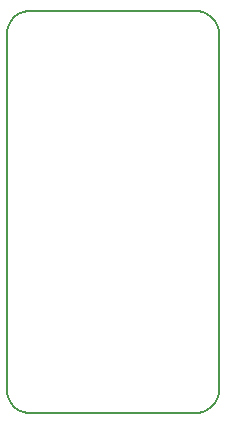
<source format=gbr>
G04 #@! TF.GenerationSoftware,KiCad,Pcbnew,5.0.2+dfsg1-1*
G04 #@! TF.CreationDate,2019-04-22T18:48:39+01:00*
G04 #@! TF.ProjectId,hawk,6861776b-2e6b-4696-9361-645f70636258,rev?*
G04 #@! TF.SameCoordinates,Original*
G04 #@! TF.FileFunction,Profile,NP*
%FSLAX46Y46*%
G04 Gerber Fmt 4.6, Leading zero omitted, Abs format (unit mm)*
G04 Created by KiCad (PCBNEW 5.0.2+dfsg1-1) date Mon 22 Apr 2019 18:48:39 BST*
%MOMM*%
%LPD*%
G01*
G04 APERTURE LIST*
%ADD10C,0.200000*%
G04 APERTURE END LIST*
D10*
X160044310Y-63962100D02*
X159915120Y-63564400D01*
X158297080Y-96366900D02*
X158706060Y-96280000D01*
X142260940Y-95191400D02*
X142470000Y-95553500D01*
X142088030Y-64377900D02*
X142088030Y-94377900D01*
X142470000Y-63202300D02*
X142260940Y-63564400D01*
X142131750Y-63962100D02*
X142088030Y-64377900D01*
X160088030Y-94377900D02*
X160088030Y-64377900D01*
X160088030Y-64377900D02*
X160044310Y-63962100D01*
X159706060Y-63202300D02*
X159426290Y-62891600D01*
X143470000Y-62475800D02*
X143088030Y-62645900D01*
X158706060Y-62475800D02*
X158297080Y-62388900D01*
X143088030Y-96109900D02*
X143470000Y-96280000D01*
X142470000Y-95553500D02*
X142749770Y-95864200D01*
X142088030Y-94377900D02*
X142131750Y-94793700D01*
X159426290Y-62891600D02*
X159088030Y-62645900D01*
X159915120Y-95191400D02*
X160044310Y-94793700D01*
X142749770Y-62891600D02*
X142470000Y-63202300D01*
X160044310Y-94793700D02*
X160088030Y-94377900D01*
X142131750Y-94793700D02*
X142260940Y-95191400D01*
X143088030Y-62645900D02*
X142749770Y-62891600D01*
X143878980Y-62388900D02*
X143470000Y-62475800D01*
X158297080Y-62388900D02*
X143878980Y-62388900D01*
X159088030Y-62645900D02*
X158706060Y-62475800D01*
X159088030Y-96109900D02*
X159426290Y-95864200D01*
X143878980Y-96366900D02*
X158297080Y-96366900D01*
X142260940Y-63564400D02*
X142131750Y-63962100D01*
X159706060Y-95553500D02*
X159915120Y-95191400D01*
X159915120Y-63564400D02*
X159706060Y-63202300D01*
X159426290Y-95864200D02*
X159706060Y-95553500D01*
X142749770Y-95864200D02*
X143088030Y-96109900D01*
X158706060Y-96280000D02*
X159088030Y-96109900D01*
X143470000Y-96280000D02*
X143878980Y-96366900D01*
M02*

</source>
